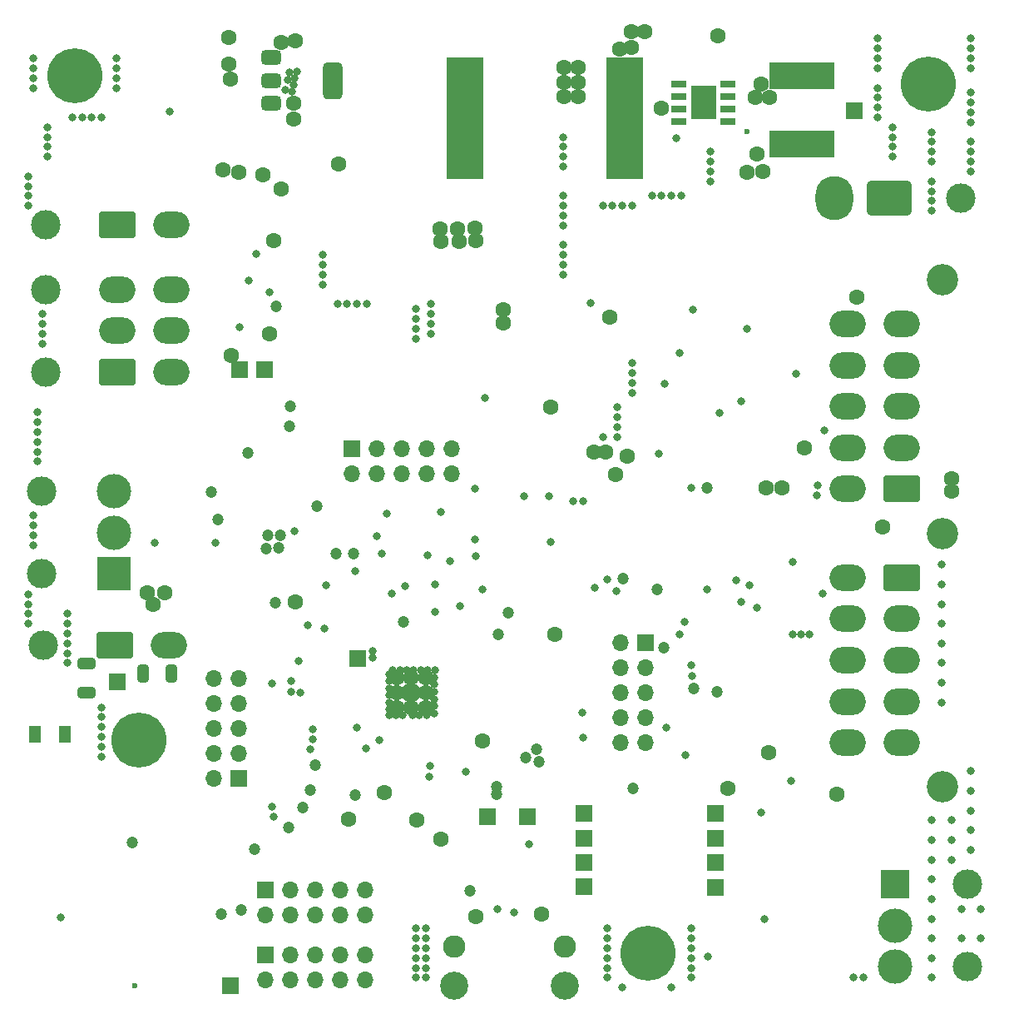
<source format=gbr>
%TF.GenerationSoftware,KiCad,Pcbnew,9.0.0*%
%TF.CreationDate,2025-03-25T01:25:05+01:00*%
%TF.ProjectId,FCCU-v2-schematic-pcb,46434355-2d76-4322-9d73-6368656d6174,rev?*%
%TF.SameCoordinates,Original*%
%TF.FileFunction,Soldermask,Bot*%
%TF.FilePolarity,Negative*%
%FSLAX46Y46*%
G04 Gerber Fmt 4.6, Leading zero omitted, Abs format (unit mm)*
G04 Created by KiCad (PCBNEW 9.0.0) date 2025-03-25 01:25:05*
%MOMM*%
%LPD*%
G01*
G04 APERTURE LIST*
G04 Aperture macros list*
%AMRoundRect*
0 Rectangle with rounded corners*
0 $1 Rounding radius*
0 $2 $3 $4 $5 $6 $7 $8 $9 X,Y pos of 4 corners*
0 Add a 4 corners polygon primitive as box body*
4,1,4,$2,$3,$4,$5,$6,$7,$8,$9,$2,$3,0*
0 Add four circle primitives for the rounded corners*
1,1,$1+$1,$2,$3*
1,1,$1+$1,$4,$5*
1,1,$1+$1,$6,$7*
1,1,$1+$1,$8,$9*
0 Add four rect primitives between the rounded corners*
20,1,$1+$1,$2,$3,$4,$5,0*
20,1,$1+$1,$4,$5,$6,$7,0*
20,1,$1+$1,$6,$7,$8,$9,0*
20,1,$1+$1,$8,$9,$2,$3,0*%
G04 Aperture macros list end*
%ADD10R,1.700000X1.700000*%
%ADD11C,3.000000*%
%ADD12RoundRect,0.250001X1.599999X-1.099999X1.599999X1.099999X-1.599999X1.099999X-1.599999X-1.099999X0*%
%ADD13O,3.700000X2.700000*%
%ADD14C,5.600000*%
%ADD15R,3.500000X3.500000*%
%ADD16C,3.500000*%
%ADD17R,3.000000X3.000000*%
%ADD18O,1.700000X1.700000*%
%ADD19C,2.280000*%
%ADD20C,2.850000*%
%ADD21C,3.200000*%
%ADD22RoundRect,0.250001X-1.599999X1.099999X-1.599999X-1.099999X1.599999X-1.099999X1.599999X1.099999X0*%
%ADD23RoundRect,0.250000X0.325000X0.650000X-0.325000X0.650000X-0.325000X-0.650000X0.325000X-0.650000X0*%
%ADD24R,1.505000X0.802000*%
%ADD25R,2.613000X3.502000*%
%ADD26R,6.710000X2.730000*%
%ADD27RoundRect,0.324076X1.925924X-1.425924X1.925924X1.425924X-1.925924X1.425924X-1.925924X-1.425924X0*%
%ADD28O,3.850000X4.500000*%
%ADD29R,1.150000X1.800000*%
%ADD30R,3.825000X12.320000*%
%ADD31RoundRect,0.375000X-0.625000X-0.375000X0.625000X-0.375000X0.625000X0.375000X-0.625000X0.375000X0*%
%ADD32RoundRect,0.500000X-0.500000X-1.400000X0.500000X-1.400000X0.500000X1.400000X-0.500000X1.400000X0*%
%ADD33RoundRect,0.250000X0.650000X-0.325000X0.650000X0.325000X-0.650000X0.325000X-0.650000X-0.325000X0*%
%ADD34C,0.800000*%
%ADD35C,1.200000*%
%ADD36C,1.600000*%
%ADD37C,2.000000*%
%ADD38C,0.600000*%
G04 APERTURE END LIST*
D10*
%TO.C,C_2*%
X161998750Y-101301250D03*
%TD*%
D11*
%TO.C,J8*%
X93775000Y-51400000D03*
X93775000Y-43000000D03*
D12*
X101075000Y-51400000D03*
D13*
X101075000Y-47200000D03*
X101075000Y-43000000D03*
X106575000Y-51400000D03*
X106575000Y-47200000D03*
X106575000Y-43000000D03*
%TD*%
D14*
%TO.C,REF\u002A\u002A*%
X103300000Y-88850000D03*
%TD*%
D11*
%TO.C,J5*%
X93575000Y-79200000D03*
D12*
X100875000Y-79200000D03*
D13*
X106375000Y-79200000D03*
%TD*%
D11*
%TO.C,J3*%
X93412900Y-63515750D03*
X93412900Y-71915750D03*
D15*
X100712900Y-71915750D03*
D16*
X100712900Y-67715750D03*
X100712900Y-63515750D03*
%TD*%
D11*
%TO.C,J2*%
X187587100Y-111884250D03*
X187587100Y-103484250D03*
D17*
X180287100Y-103484250D03*
D16*
X180287100Y-107684250D03*
X180287100Y-111884250D03*
%TD*%
D14*
%TO.C,REF\u002A\u002A*%
X155150000Y-110550000D03*
%TD*%
D10*
%TO.C,C_1*%
X161998750Y-96301250D03*
%TD*%
%TO.C,A_1*%
X148598750Y-96301250D03*
%TD*%
D11*
%TO.C,J4*%
X93775000Y-36400000D03*
D12*
X101075000Y-36400000D03*
D13*
X106575000Y-36400000D03*
%TD*%
D14*
%TO.C,REF\u002A\u002A*%
X96750000Y-21250000D03*
%TD*%
D10*
%TO.C,J14*%
X124950000Y-59210000D03*
D18*
X127490000Y-59210000D03*
X130030000Y-59210000D03*
X132570000Y-59210000D03*
X135110000Y-59210000D03*
X124950000Y-61750000D03*
X127490000Y-61750000D03*
X130030000Y-61750000D03*
X132570000Y-61750000D03*
X135110000Y-61750000D03*
%TD*%
D10*
%TO.C,TP1*%
X176100000Y-24800000D03*
%TD*%
D19*
%TO.C,P1*%
X135380000Y-109800000D03*
D20*
X135380000Y-113800000D03*
D19*
X146620000Y-109800000D03*
D20*
X146620000Y-113800000D03*
%TD*%
D10*
%TO.C,J11*%
X116150000Y-110710000D03*
D18*
X118690000Y-110710000D03*
X121230000Y-110710000D03*
X123770000Y-110710000D03*
X126310000Y-110710000D03*
X116150000Y-113250000D03*
X118690000Y-113250000D03*
X121230000Y-113250000D03*
X123770000Y-113250000D03*
X126310000Y-113250000D03*
%TD*%
D10*
%TO.C,A_2*%
X148598750Y-101301250D03*
%TD*%
%TO.C,J15*%
X154890000Y-78950000D03*
D18*
X154890000Y-81490000D03*
X154890000Y-84030000D03*
X154890000Y-86570000D03*
X154890000Y-89110000D03*
X152350000Y-78950000D03*
X152350000Y-81490000D03*
X152350000Y-84030000D03*
X152350000Y-86570000D03*
X152350000Y-89110000D03*
%TD*%
D14*
%TO.C,REF\u002A\u002A*%
X183650000Y-22150000D03*
%TD*%
D10*
%TO.C,J12*%
X116150000Y-104110000D03*
D18*
X118690000Y-104110000D03*
X121230000Y-104110000D03*
X123770000Y-104110000D03*
X126310000Y-104110000D03*
X116150000Y-106650000D03*
X118690000Y-106650000D03*
X121230000Y-106650000D03*
X123770000Y-106650000D03*
X126310000Y-106650000D03*
%TD*%
D21*
%TO.C,J6*%
X185100000Y-67800000D03*
X185100000Y-93600000D03*
D22*
X180900000Y-72300000D03*
D13*
X180900000Y-76500000D03*
X180900000Y-80700000D03*
X180900000Y-84900000D03*
X180900000Y-89100000D03*
X175400000Y-72300000D03*
X175400000Y-76500000D03*
X175400000Y-80700000D03*
X175400000Y-84900000D03*
X175400000Y-89100000D03*
%TD*%
D10*
%TO.C,+5V*%
X113525000Y-51125000D03*
%TD*%
%TO.C,TP12*%
X142800000Y-96600000D03*
%TD*%
%TO.C,TP3*%
X125600000Y-80550000D03*
%TD*%
D23*
%TO.C,C19*%
X106625000Y-82100000D03*
X103675000Y-82100000D03*
%TD*%
D24*
%TO.C,U1*%
X163247500Y-22095000D03*
X163247500Y-23365000D03*
X163247500Y-24635000D03*
X163247500Y-25905000D03*
X158252500Y-25905000D03*
X158252500Y-24635000D03*
X158252500Y-23365000D03*
X158252500Y-22095000D03*
D25*
X160750000Y-24000000D03*
%TD*%
D26*
%TO.C,F1*%
X170750000Y-28240000D03*
X170750000Y-21260000D03*
%TD*%
D11*
%TO.C,J1*%
X186925000Y-33750000D03*
D27*
X179625000Y-33750000D03*
D28*
X174050000Y-33750000D03*
%TD*%
D10*
%TO.C,TP13*%
X138800000Y-96600000D03*
%TD*%
%TO.C,TP8*%
X116075000Y-51125000D03*
%TD*%
%TO.C,E_1*%
X161998750Y-98801250D03*
%TD*%
D29*
%TO.C,ANT1*%
X95750000Y-88250000D03*
X92750000Y-88250000D03*
%TD*%
D10*
%TO.C,E_2*%
X161998750Y-103801250D03*
%TD*%
%TO.C,J13*%
X113440000Y-92725000D03*
D18*
X113440000Y-90185000D03*
X113440000Y-87645000D03*
X113440000Y-85105000D03*
X113440000Y-82565000D03*
X110900000Y-92725000D03*
X110900000Y-90185000D03*
X110900000Y-87645000D03*
X110900000Y-85105000D03*
X110900000Y-82565000D03*
%TD*%
D30*
%TO.C,L1*%
X152723000Y-25550000D03*
X136477000Y-25550000D03*
%TD*%
D10*
%TO.C,K_2*%
X148598750Y-103751250D03*
%TD*%
%TO.C,K_1*%
X148598750Y-98801250D03*
%TD*%
%TO.C,TP3*%
X101100000Y-82950000D03*
%TD*%
%TO.C,TP10*%
X112600000Y-113800000D03*
%TD*%
D31*
%TO.C,U4*%
X116750000Y-24050000D03*
X116750000Y-21750000D03*
D32*
X123050000Y-21750000D03*
D31*
X116750000Y-19450000D03*
%TD*%
D33*
%TO.C,C22*%
X98000000Y-83975000D03*
X98000000Y-81025000D03*
%TD*%
D21*
%TO.C,J7*%
X185100000Y-67800000D03*
X185100000Y-42000000D03*
D12*
X180900000Y-63300000D03*
D13*
X180900000Y-59100000D03*
X180900000Y-54900000D03*
X180900000Y-50700000D03*
X180900000Y-46500000D03*
X175400000Y-63300000D03*
X175400000Y-59100000D03*
X175400000Y-54900000D03*
X175400000Y-50700000D03*
X175400000Y-46500000D03*
%TD*%
D34*
X125500000Y-87600000D03*
X159542050Y-63201000D03*
X147500000Y-64500000D03*
X148500000Y-64500000D03*
X138500000Y-54000000D03*
X151000000Y-72500000D03*
X145000000Y-64000000D03*
X137500000Y-63300000D03*
X142500000Y-64000000D03*
X152000000Y-55000000D03*
X152000000Y-57000000D03*
X152000000Y-56000000D03*
X152000000Y-58000000D03*
X153500000Y-53500000D03*
X153500000Y-51500000D03*
X153500000Y-52500000D03*
X153500000Y-50500000D03*
X122000000Y-42500000D03*
X122000000Y-40500000D03*
X122000000Y-41500000D03*
X122000000Y-39500000D03*
X126500000Y-44500000D03*
X124500000Y-44500000D03*
X125500000Y-44500000D03*
X123500000Y-44500000D03*
X133000000Y-47500000D03*
X133000000Y-45500000D03*
X133000000Y-46500000D03*
X133000000Y-44500000D03*
X131500000Y-48000000D03*
X131500000Y-46000000D03*
X131500000Y-47000000D03*
X131500000Y-45000000D03*
X146500000Y-39500000D03*
X146500000Y-40500000D03*
X146500000Y-41500000D03*
X146500000Y-38500000D03*
X146500000Y-34500000D03*
X146500000Y-35500000D03*
X146500000Y-36500000D03*
X146500000Y-33500000D03*
X146500000Y-28500000D03*
X146500000Y-29500000D03*
X146500000Y-30500000D03*
X146500000Y-27500000D03*
X156500000Y-33500000D03*
X157500000Y-33500000D03*
X158500000Y-33500000D03*
X155500000Y-33500000D03*
X151500000Y-34500000D03*
X152500000Y-34500000D03*
X153500000Y-34500000D03*
X150500000Y-34500000D03*
X161500000Y-30000000D03*
X161500000Y-31000000D03*
X161500000Y-32000000D03*
X161500000Y-29000000D03*
X178500000Y-18500000D03*
X178500000Y-19500000D03*
X178500000Y-20500000D03*
X178500000Y-17500000D03*
X178500000Y-23500000D03*
X178500000Y-24500000D03*
X178500000Y-25500000D03*
X178500000Y-22500000D03*
X180000000Y-27500000D03*
X180000000Y-28500000D03*
X180000000Y-29500000D03*
X180000000Y-26500000D03*
X184000000Y-28000000D03*
X184000000Y-29000000D03*
X184000000Y-30000000D03*
X184000000Y-27000000D03*
X184000000Y-33000000D03*
X184000000Y-34000000D03*
X184000000Y-35000000D03*
X184000000Y-32000000D03*
X188000000Y-29000000D03*
X188000000Y-30000000D03*
X188000000Y-31000000D03*
X188000000Y-28000000D03*
X188000000Y-24000000D03*
X188000000Y-25000000D03*
X188000000Y-26000000D03*
X188000000Y-23000000D03*
X188000000Y-18500000D03*
X188000000Y-19500000D03*
X188000000Y-20500000D03*
X188000000Y-17500000D03*
X97500000Y-25500000D03*
X98500000Y-25500000D03*
X99500000Y-25500000D03*
X96500000Y-25500000D03*
X101000000Y-20500000D03*
X101000000Y-21500000D03*
X101000000Y-22500000D03*
X101000000Y-19500000D03*
X92500000Y-20500000D03*
X92500000Y-21500000D03*
X92500000Y-22500000D03*
X92500000Y-19500000D03*
X94000000Y-27500000D03*
X94000000Y-28500000D03*
X94000000Y-29500000D03*
X94000000Y-26500000D03*
X92000000Y-32500000D03*
X92000000Y-33500000D03*
X92000000Y-34500000D03*
X92000000Y-31500000D03*
X92000000Y-75000000D03*
X92000000Y-76000000D03*
X92000000Y-77000000D03*
X92000000Y-74000000D03*
X92500000Y-67000000D03*
X92500000Y-68000000D03*
X92500000Y-69000000D03*
X92500000Y-66000000D03*
X93500000Y-45500000D03*
X93500000Y-47500000D03*
X93500000Y-48500000D03*
X93500000Y-46500000D03*
X93000000Y-55500000D03*
X93000000Y-57500000D03*
X93000000Y-60500000D03*
X93000000Y-58500000D03*
X93000000Y-59500000D03*
X93000000Y-56500000D03*
X96000000Y-76000000D03*
X96000000Y-78000000D03*
X96000000Y-81000000D03*
X96000000Y-79000000D03*
X96000000Y-80000000D03*
X96000000Y-77000000D03*
X99500000Y-85500000D03*
X99500000Y-87500000D03*
X99500000Y-90500000D03*
X99500000Y-88500000D03*
X99500000Y-89500000D03*
X99500000Y-86500000D03*
X131500000Y-108000000D03*
X131500000Y-110000000D03*
X131500000Y-113000000D03*
X131500000Y-111000000D03*
X131500000Y-112000000D03*
X131500000Y-109000000D03*
X132500000Y-108000000D03*
X132500000Y-110000000D03*
X132500000Y-113000000D03*
X132500000Y-111000000D03*
X132500000Y-112000000D03*
X132500000Y-109000000D03*
X159500000Y-108000000D03*
X159500000Y-110000000D03*
X159500000Y-113000000D03*
X159500000Y-111000000D03*
X159500000Y-112000000D03*
X159500000Y-109000000D03*
X151000000Y-108000000D03*
X151000000Y-113000000D03*
X151000000Y-112000000D03*
X151000000Y-111000000D03*
X151000000Y-110000000D03*
X151000000Y-109000000D03*
X152500000Y-114000000D03*
X157500000Y-114000000D03*
X177000000Y-113000000D03*
X176000000Y-113000000D03*
X189000000Y-109000000D03*
X189000000Y-106000000D03*
X187000000Y-106000000D03*
X187000000Y-109000000D03*
X184000000Y-113000000D03*
X184000000Y-111000000D03*
X184000000Y-109000000D03*
X184000000Y-107000000D03*
X184000000Y-105000000D03*
X184000000Y-103000000D03*
X184000000Y-101000000D03*
X184000000Y-99000000D03*
X184000000Y-97000000D03*
X186000000Y-101000000D03*
X186000000Y-99000000D03*
X186000000Y-97000000D03*
X188000000Y-100000000D03*
X188000000Y-98000000D03*
X188000000Y-96000000D03*
X188000000Y-94000000D03*
X188000000Y-92000000D03*
X185000000Y-85000000D03*
X185000000Y-83000000D03*
X185000000Y-81000000D03*
X185000000Y-79000000D03*
X185000000Y-77000000D03*
X185000000Y-75000000D03*
X185000000Y-73000000D03*
X185000000Y-71000000D03*
X172900000Y-73900000D03*
X169850000Y-78050000D03*
X170650000Y-78050000D03*
X171550000Y-78050000D03*
X172300000Y-63950000D03*
X172350000Y-62950000D03*
X173050000Y-57350000D03*
X169850000Y-70750000D03*
X113550000Y-46800000D03*
X116600000Y-43300000D03*
X114500000Y-42100000D03*
X115200000Y-39350000D03*
D35*
X118700000Y-54850000D03*
X114405000Y-59606500D03*
X118650000Y-56950000D03*
X111350000Y-66400000D03*
X121450000Y-65050000D03*
X117650000Y-68000000D03*
X116450000Y-68000000D03*
X116250000Y-69350000D03*
X117500000Y-69300000D03*
X117150000Y-74850000D03*
X125100000Y-69850000D03*
X123350000Y-69850000D03*
X140850000Y-75900000D03*
X130250000Y-76800000D03*
X125325000Y-94425000D03*
X113726000Y-106100000D03*
X115050000Y-99900000D03*
X118550000Y-97700000D03*
X120000000Y-95700000D03*
X120700000Y-93950000D03*
X121250000Y-91400000D03*
D36*
X132500000Y-84000000D03*
D34*
X119025000Y-22200000D03*
D36*
X167350000Y-90100000D03*
X132500000Y-82500000D03*
D34*
X128750000Y-82850000D03*
X119400000Y-20850000D03*
X128750000Y-83550000D03*
X134000000Y-65600000D03*
X130550000Y-81700000D03*
D36*
X112400000Y-17400000D03*
D34*
X122201496Y-77450000D03*
D37*
X131000000Y-84000000D03*
D34*
X125275000Y-71650000D03*
X119150000Y-21500000D03*
D35*
X142650000Y-90650000D03*
D36*
X129500000Y-82500000D03*
D34*
X133400000Y-81700000D03*
D35*
X143800000Y-89800000D03*
D36*
X112600000Y-21600000D03*
D34*
X132000000Y-81700000D03*
D36*
X134000000Y-98900000D03*
D34*
X132700000Y-81700000D03*
D36*
X167100000Y-63200000D03*
D34*
X137600000Y-70150000D03*
X129150000Y-81700000D03*
D36*
X131000000Y-85500000D03*
X119200000Y-74750000D03*
D34*
X122350000Y-73050000D03*
X119550000Y-80800000D03*
X129450000Y-86300000D03*
X120500496Y-77150286D03*
D36*
X119050000Y-25700000D03*
D34*
X133350000Y-85400000D03*
X133400000Y-75800000D03*
D35*
X162150000Y-83950000D03*
D34*
X118900000Y-22850000D03*
X135000000Y-70600000D03*
D35*
X102625000Y-99275000D03*
X156025000Y-73525000D03*
D34*
X128750000Y-84300000D03*
X133350000Y-82500000D03*
X131250000Y-81700000D03*
X118169239Y-22699392D03*
D36*
X129500000Y-84000000D03*
D35*
X152550000Y-72400000D03*
D34*
X133400000Y-73000000D03*
D36*
X132500000Y-85500000D03*
X168750000Y-63200000D03*
D35*
X159782807Y-83581407D03*
D36*
X131000000Y-82500000D03*
D35*
X111650000Y-106550000D03*
D34*
X128750000Y-82150000D03*
D35*
X144005212Y-91044788D03*
D36*
X162200000Y-17200000D03*
X129500000Y-85500000D03*
X124652054Y-96886685D03*
X119050000Y-24050000D03*
X185999000Y-62250000D03*
D34*
X128750000Y-85700000D03*
X129000000Y-73950000D03*
X129850000Y-81700000D03*
X132650000Y-70000000D03*
X130412500Y-73137500D03*
X128750000Y-85000000D03*
X133350000Y-83200000D03*
X138250000Y-73500000D03*
D36*
X131600000Y-97000000D03*
D34*
X128750000Y-86300000D03*
D36*
X123600000Y-30250000D03*
D34*
X133350000Y-83900000D03*
X156200000Y-59750000D03*
X127050000Y-79750000D03*
X133350000Y-84700000D03*
X135950000Y-75200000D03*
X131850000Y-86300000D03*
X127975000Y-69875000D03*
D36*
X174318750Y-94318750D03*
D35*
X161150000Y-63201000D03*
D34*
X132550000Y-86300000D03*
X133350000Y-86100000D03*
X131150000Y-86300000D03*
X127050000Y-80450000D03*
X118450000Y-21725000D03*
D36*
X185999000Y-63550000D03*
X112400000Y-20100000D03*
D34*
X118600000Y-20925000D03*
X158350000Y-49500000D03*
X137500000Y-68400000D03*
X130150000Y-86300000D03*
D36*
X140400000Y-45050000D03*
X135750000Y-36850000D03*
X133950000Y-36850000D03*
X140400000Y-46400000D03*
X113450000Y-31050000D03*
X151850000Y-61850000D03*
X111850000Y-30850000D03*
X134050000Y-38100000D03*
X137600000Y-38050000D03*
X135850000Y-38100000D03*
X153000000Y-59950000D03*
X137500000Y-36800000D03*
X104150000Y-73850000D03*
D34*
X161150000Y-73550000D03*
D36*
X105900000Y-73850000D03*
D38*
X102875000Y-113825000D03*
D36*
X138248702Y-88899000D03*
D35*
X153600000Y-93725000D03*
X139724000Y-94298000D03*
D36*
X117800000Y-32800000D03*
D34*
X95300000Y-106900000D03*
X143000000Y-99400000D03*
D36*
X163225000Y-93725000D03*
X145649000Y-78100000D03*
D35*
X139724000Y-93600000D03*
D36*
X171063597Y-59083697D03*
X104725000Y-75025000D03*
D34*
X106400000Y-24950000D03*
D36*
X128250000Y-94150000D03*
X117000000Y-38000000D03*
D35*
X117300000Y-44700000D03*
D34*
X117050000Y-96600000D03*
X118750000Y-83900000D03*
X118750000Y-82850000D03*
X116850000Y-95600000D03*
X166970000Y-107050000D03*
X159600000Y-82350000D03*
X159550000Y-81200000D03*
X161200000Y-110875000D03*
X158000000Y-27600000D03*
X159700000Y-45100000D03*
X120700000Y-89750000D03*
D36*
X152200000Y-18600000D03*
X153400000Y-18400000D03*
X153400000Y-16800000D03*
X154800000Y-16800000D03*
X166050000Y-23500000D03*
X167500000Y-23500000D03*
X166650000Y-22150000D03*
D34*
X139800000Y-106000000D03*
X141500000Y-106330331D03*
X157000000Y-87600000D03*
X148500000Y-88600000D03*
X165200000Y-47000000D03*
X127750000Y-88850000D03*
X164050000Y-72600000D03*
X148450000Y-86050000D03*
D36*
X146600000Y-20400000D03*
X146600000Y-23400000D03*
X148000000Y-20400000D03*
X146600000Y-21937500D03*
X149600000Y-59575000D03*
X150750000Y-59575000D03*
X148000000Y-23400000D03*
X148000000Y-21937500D03*
D34*
X150499172Y-57975000D03*
D35*
X156749000Y-79400000D03*
D34*
X149275000Y-44350000D03*
X162400000Y-55600000D03*
X170200000Y-51600000D03*
X156800000Y-52600000D03*
X121000000Y-88750000D03*
X126450000Y-89650000D03*
X164600000Y-54400000D03*
D36*
X151200000Y-45800000D03*
X176400000Y-43800000D03*
D38*
X165200000Y-26937500D03*
D36*
X156500000Y-24600000D03*
X145175000Y-54978427D03*
X112670306Y-49704694D03*
X178950000Y-67150000D03*
D34*
X128525000Y-65787500D03*
X127525000Y-68125000D03*
X104875000Y-68750000D03*
X145174000Y-68674000D03*
X111050000Y-68750000D03*
D35*
X110649946Y-63600000D03*
X137000000Y-104150000D03*
D36*
X115950000Y-31350000D03*
X144250000Y-106517638D03*
X137600000Y-106800000D03*
X116564500Y-47547500D03*
D34*
X116850000Y-83075000D03*
X119750000Y-84000000D03*
D36*
X166800000Y-31000000D03*
X165173194Y-31076806D03*
X166200000Y-29200000D03*
D34*
X158950000Y-90400000D03*
X166600000Y-96200000D03*
X119100000Y-67550000D03*
X121000000Y-87700000D03*
X158850000Y-76850000D03*
X151898959Y-73698959D03*
X164600000Y-74750000D03*
X136534591Y-92065409D03*
X132879377Y-92540010D03*
X169638541Y-92961459D03*
X132900000Y-91450000D03*
X158300000Y-78100000D03*
X166200000Y-75400000D03*
X149666025Y-73333975D03*
X165429667Y-73100000D03*
D36*
X119250000Y-17700000D03*
X117750000Y-17850000D03*
D35*
X139850000Y-78100000D03*
M02*

</source>
